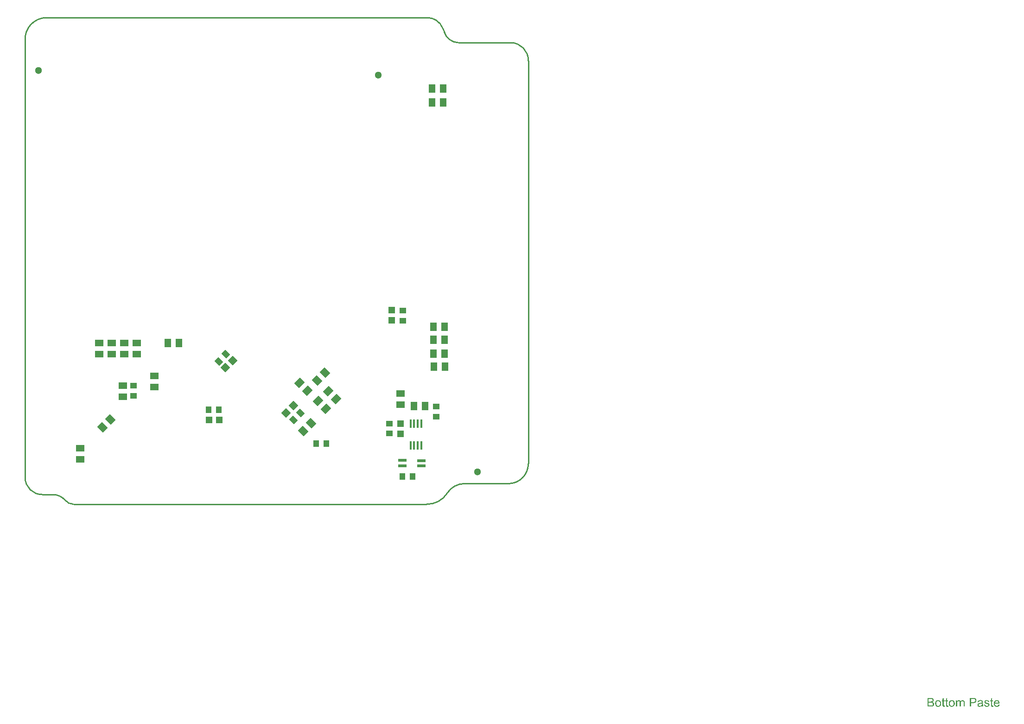
<source format=gbp>
G04*
G04 #@! TF.GenerationSoftware,Altium Limited,Altium Designer,18.1.7 (191)*
G04*
G04 Layer_Color=128*
%FSLAX25Y25*%
%MOIN*%
G70*
G01*
G75*
%ADD10C,0.01000*%
%ADD23R,0.04724X0.04134*%
%ADD39R,0.04724X0.04724*%
%ADD42R,0.04134X0.04724*%
%ADD44R,0.04724X0.06000*%
%ADD45R,0.06000X0.04724*%
%ADD47C,0.05118*%
%ADD95R,0.01772X0.05906*%
%ADD96R,0.05906X0.02244*%
G04:AMPARAMS|DCode=97|XSize=47.24mil|YSize=60mil|CornerRadius=0mil|HoleSize=0mil|Usage=FLASHONLY|Rotation=225.000|XOffset=0mil|YOffset=0mil|HoleType=Round|Shape=Rectangle|*
%AMROTATEDRECTD97*
4,1,4,-0.00451,0.03792,0.03792,-0.00451,0.00451,-0.03792,-0.03792,0.00451,-0.00451,0.03792,0.0*
%
%ADD97ROTATEDRECTD97*%

G04:AMPARAMS|DCode=98|XSize=41.34mil|YSize=47.24mil|CornerRadius=0mil|HoleSize=0mil|Usage=FLASHONLY|Rotation=225.000|XOffset=0mil|YOffset=0mil|HoleType=Round|Shape=Rectangle|*
%AMROTATEDRECTD98*
4,1,4,-0.00209,0.03132,0.03132,-0.00209,0.00209,-0.03132,-0.03132,0.00209,-0.00209,0.03132,0.0*
%
%ADD98ROTATEDRECTD98*%

%ADD99P,0.06681X4X270.0*%
%ADD100R,0.04724X0.04724*%
G04:AMPARAMS|DCode=101|XSize=47.24mil|YSize=60mil|CornerRadius=0mil|HoleSize=0mil|Usage=FLASHONLY|Rotation=315.000|XOffset=0mil|YOffset=0mil|HoleType=Round|Shape=Rectangle|*
%AMROTATEDRECTD101*
4,1,4,-0.03792,-0.00451,0.00451,0.03792,0.03792,0.00451,-0.00451,-0.03792,-0.03792,-0.00451,0.0*
%
%ADD101ROTATEDRECTD101*%

G36*
X935821Y181842D02*
X935885D01*
X935949Y181832D01*
X936104Y181805D01*
X936268Y181760D01*
X936441Y181687D01*
X936614Y181596D01*
X936759Y181468D01*
X936778Y181450D01*
X936814Y181395D01*
X936878Y181313D01*
X936905Y181249D01*
X936942Y181185D01*
X936978Y181104D01*
X937006Y181022D01*
X937042Y180930D01*
X937069Y180821D01*
X937088Y180712D01*
X937106Y180584D01*
X937124Y180457D01*
Y180311D01*
Y177177D01*
X936350D01*
Y180047D01*
Y180056D01*
Y180065D01*
Y180120D01*
Y180202D01*
X936341Y180302D01*
X936331Y180411D01*
X936322Y180520D01*
X936304Y180630D01*
X936277Y180712D01*
Y180721D01*
X936259Y180748D01*
X936240Y180785D01*
X936213Y180830D01*
X936176Y180885D01*
X936131Y180940D01*
X936076Y180994D01*
X936003Y181049D01*
X935994Y181058D01*
X935967Y181067D01*
X935931Y181085D01*
X935867Y181113D01*
X935803Y181140D01*
X935721Y181158D01*
X935639Y181167D01*
X935539Y181176D01*
X935493D01*
X935457Y181167D01*
X935366Y181158D01*
X935256Y181140D01*
X935129Y181095D01*
X934992Y181040D01*
X934855Y180958D01*
X934728Y180849D01*
X934719Y180830D01*
X934682Y180785D01*
X934628Y180712D01*
X934573Y180603D01*
X934509Y180457D01*
X934464Y180284D01*
X934427Y180074D01*
X934409Y179828D01*
Y177177D01*
X933635D01*
Y180138D01*
Y180147D01*
Y180165D01*
Y180183D01*
Y180220D01*
X933626Y180320D01*
X933607Y180429D01*
X933589Y180557D01*
X933553Y180684D01*
X933507Y180803D01*
X933444Y180912D01*
X933434Y180921D01*
X933407Y180958D01*
X933362Y180994D01*
X933298Y181049D01*
X933216Y181095D01*
X933106Y181140D01*
X932979Y181167D01*
X932824Y181176D01*
X932769D01*
X932706Y181167D01*
X932633Y181158D01*
X932542Y181131D01*
X932432Y181104D01*
X932332Y181058D01*
X932223Y181003D01*
X932214Y180994D01*
X932177Y180967D01*
X932132Y180930D01*
X932068Y180876D01*
X932004Y180803D01*
X931940Y180712D01*
X931876Y180612D01*
X931822Y180493D01*
X931813Y180475D01*
X931804Y180429D01*
X931785Y180357D01*
X931758Y180256D01*
X931731Y180120D01*
X931713Y179956D01*
X931703Y179764D01*
X931694Y179546D01*
Y177177D01*
X930920D01*
Y181750D01*
X931612D01*
Y181095D01*
X931621Y181113D01*
X931649Y181149D01*
X931703Y181213D01*
X931767Y181286D01*
X931849Y181377D01*
X931949Y181468D01*
X932059Y181559D01*
X932186Y181641D01*
X932205Y181650D01*
X932250Y181677D01*
X932323Y181705D01*
X932423Y181750D01*
X932542Y181787D01*
X932678Y181814D01*
X932833Y181842D01*
X932997Y181851D01*
X933079D01*
X933179Y181842D01*
X933289Y181823D01*
X933425Y181796D01*
X933562Y181760D01*
X933699Y181705D01*
X933826Y181632D01*
X933844Y181623D01*
X933881Y181596D01*
X933935Y181550D01*
X934008Y181477D01*
X934081Y181395D01*
X934163Y181295D01*
X934236Y181176D01*
X934291Y181040D01*
X934300Y181049D01*
X934318Y181076D01*
X934345Y181113D01*
X934391Y181167D01*
X934446Y181231D01*
X934509Y181295D01*
X934582Y181368D01*
X934673Y181450D01*
X934774Y181523D01*
X934874Y181596D01*
X934992Y181659D01*
X935120Y181723D01*
X935256Y181778D01*
X935402Y181814D01*
X935548Y181842D01*
X935712Y181851D01*
X935776D01*
X935821Y181842D01*
D02*
G37*
G36*
X953185D02*
X953321Y181832D01*
X953467Y181814D01*
X953622Y181778D01*
X953786Y181741D01*
X953941Y181687D01*
X953950D01*
X953959Y181677D01*
X954005Y181659D01*
X954078Y181623D01*
X954169Y181577D01*
X954269Y181514D01*
X954369Y181441D01*
X954460Y181359D01*
X954542Y181267D01*
X954551Y181258D01*
X954570Y181222D01*
X954606Y181158D01*
X954652Y181085D01*
X954697Y180976D01*
X954743Y180858D01*
X954779Y180721D01*
X954815Y180566D01*
X954059Y180466D01*
Y180484D01*
X954050Y180520D01*
X954032Y180584D01*
X954005Y180666D01*
X953959Y180748D01*
X953905Y180839D01*
X953841Y180930D01*
X953750Y181012D01*
X953741Y181022D01*
X953704Y181040D01*
X953650Y181076D01*
X953568Y181113D01*
X953476Y181149D01*
X953358Y181185D01*
X953212Y181204D01*
X953057Y181213D01*
X952966D01*
X952875Y181204D01*
X952757Y181195D01*
X952638Y181167D01*
X952511Y181140D01*
X952392Y181095D01*
X952292Y181031D01*
X952283Y181022D01*
X952256Y181003D01*
X952219Y180967D01*
X952183Y180912D01*
X952137Y180858D01*
X952101Y180785D01*
X952073Y180703D01*
X952064Y180621D01*
Y180612D01*
Y180593D01*
X952073Y180566D01*
Y180530D01*
X952101Y180438D01*
X952155Y180347D01*
X952164Y180338D01*
X952174Y180329D01*
X952192Y180302D01*
X952228Y180274D01*
X952265Y180247D01*
X952319Y180211D01*
X952383Y180183D01*
X952456Y180147D01*
X952465D01*
X952483Y180138D01*
X952520Y180129D01*
X952584Y180102D01*
X952675Y180074D01*
X952793Y180047D01*
X952866Y180019D01*
X952948Y180001D01*
X953039Y179974D01*
X953139Y179947D01*
X953148D01*
X953176Y179938D01*
X953221Y179928D01*
X953276Y179910D01*
X953340Y179892D01*
X953422Y179874D01*
X953595Y179819D01*
X953786Y179764D01*
X953977Y179701D01*
X954150Y179637D01*
X954223Y179610D01*
X954287Y179582D01*
X954305Y179573D01*
X954342Y179555D01*
X954397Y179527D01*
X954478Y179482D01*
X954560Y179427D01*
X954642Y179354D01*
X954724Y179272D01*
X954797Y179181D01*
X954806Y179172D01*
X954825Y179136D01*
X954861Y179081D01*
X954897Y178999D01*
X954925Y178899D01*
X954961Y178790D01*
X954980Y178662D01*
X954989Y178516D01*
Y178498D01*
Y178453D01*
X954980Y178380D01*
X954961Y178279D01*
X954934Y178170D01*
X954888Y178052D01*
X954834Y177915D01*
X954761Y177787D01*
X954752Y177769D01*
X954715Y177733D01*
X954670Y177669D01*
X954597Y177596D01*
X954497Y177514D01*
X954387Y177423D01*
X954260Y177341D01*
X954105Y177259D01*
X954096D01*
X954087Y177250D01*
X954032Y177232D01*
X953941Y177205D01*
X953823Y177168D01*
X953677Y177132D01*
X953513Y177104D01*
X953340Y177086D01*
X953139Y177077D01*
X953057D01*
X952993Y177086D01*
X952921D01*
X952830Y177095D01*
X952738Y177104D01*
X952638Y177122D01*
X952420Y177168D01*
X952192Y177232D01*
X951973Y177323D01*
X951873Y177378D01*
X951782Y177441D01*
X951773Y177451D01*
X951764Y177460D01*
X951709Y177514D01*
X951627Y177596D01*
X951536Y177724D01*
X951436Y177879D01*
X951336Y178061D01*
X951254Y178289D01*
X951190Y178544D01*
X951955Y178662D01*
Y178653D01*
Y178644D01*
X951973Y178589D01*
X951991Y178498D01*
X952028Y178398D01*
X952073Y178289D01*
X952128Y178170D01*
X952210Y178052D01*
X952310Y177952D01*
X952328Y177942D01*
X952365Y177915D01*
X952438Y177879D01*
X952529Y177833D01*
X952647Y177787D01*
X952784Y177751D01*
X952948Y177724D01*
X953139Y177715D01*
X953230D01*
X953321Y177724D01*
X953440Y177742D01*
X953568Y177769D01*
X953704Y177806D01*
X953823Y177851D01*
X953932Y177924D01*
X953941Y177933D01*
X953977Y177961D01*
X954014Y178006D01*
X954068Y178070D01*
X954114Y178143D01*
X954160Y178234D01*
X954187Y178325D01*
X954196Y178434D01*
Y178443D01*
Y178480D01*
X954187Y178525D01*
X954169Y178589D01*
X954141Y178653D01*
X954096Y178717D01*
X954041Y178790D01*
X953959Y178844D01*
X953950Y178853D01*
X953923Y178863D01*
X953877Y178890D01*
X953804Y178917D01*
X953695Y178954D01*
X953631Y178981D01*
X953558Y178999D01*
X953476Y179026D01*
X953385Y179054D01*
X953285Y179081D01*
X953167Y179109D01*
X953158D01*
X953130Y179118D01*
X953085Y179127D01*
X953030Y179145D01*
X952957Y179163D01*
X952875Y179191D01*
X952702Y179236D01*
X952502Y179300D01*
X952310Y179354D01*
X952128Y179418D01*
X952046Y179455D01*
X951982Y179482D01*
X951964Y179491D01*
X951928Y179509D01*
X951873Y179546D01*
X951800Y179591D01*
X951718Y179655D01*
X951636Y179728D01*
X951554Y179810D01*
X951481Y179910D01*
X951472Y179919D01*
X951454Y179956D01*
X951427Y180019D01*
X951399Y180092D01*
X951372Y180183D01*
X951345Y180293D01*
X951326Y180402D01*
X951317Y180530D01*
Y180548D01*
Y180584D01*
X951326Y180639D01*
X951336Y180721D01*
X951354Y180803D01*
X951372Y180903D01*
X951408Y180994D01*
X951454Y181095D01*
X951463Y181104D01*
X951481Y181140D01*
X951509Y181185D01*
X951554Y181249D01*
X951609Y181313D01*
X951673Y181395D01*
X951746Y181468D01*
X951837Y181532D01*
X951846Y181541D01*
X951873Y181550D01*
X951909Y181577D01*
X951964Y181605D01*
X952037Y181641D01*
X952119Y181677D01*
X952219Y181714D01*
X952328Y181750D01*
X952347Y181760D01*
X952383Y181769D01*
X952447Y181787D01*
X952529Y181805D01*
X952629Y181823D01*
X952738Y181832D01*
X952866Y181851D01*
X953085D01*
X953185Y181842D01*
D02*
G37*
G36*
X948730D02*
X948867Y181832D01*
X949022Y181814D01*
X949176Y181787D01*
X949331Y181750D01*
X949477Y181705D01*
X949495Y181696D01*
X949541Y181677D01*
X949605Y181650D01*
X949687Y181614D01*
X949778Y181559D01*
X949869Y181504D01*
X949951Y181431D01*
X950024Y181359D01*
X950033Y181350D01*
X950051Y181322D01*
X950078Y181277D01*
X950115Y181222D01*
X950160Y181140D01*
X950197Y181058D01*
X950233Y180958D01*
X950261Y180839D01*
Y180830D01*
X950270Y180803D01*
X950279Y180748D01*
X950288Y180675D01*
Y180575D01*
X950297Y180457D01*
X950306Y180302D01*
Y180129D01*
Y179090D01*
Y179081D01*
Y179045D01*
Y178990D01*
Y178917D01*
Y178835D01*
Y178735D01*
X950315Y178516D01*
Y178289D01*
X950324Y178061D01*
X950333Y177961D01*
Y177869D01*
X950342Y177787D01*
X950352Y177724D01*
Y177715D01*
X950361Y177678D01*
X950370Y177623D01*
X950397Y177551D01*
X950415Y177469D01*
X950452Y177378D01*
X950497Y177277D01*
X950543Y177177D01*
X949732D01*
X949723Y177186D01*
X949714Y177223D01*
X949696Y177268D01*
X949668Y177341D01*
X949641Y177423D01*
X949623Y177523D01*
X949605Y177633D01*
X949586Y177751D01*
X949577D01*
X949568Y177733D01*
X949514Y177687D01*
X949432Y177623D01*
X949322Y177542D01*
X949185Y177460D01*
X949049Y177368D01*
X948903Y177287D01*
X948748Y177223D01*
X948730Y177214D01*
X948675Y177205D01*
X948593Y177177D01*
X948493Y177150D01*
X948366Y177122D01*
X948220Y177104D01*
X948056Y177086D01*
X947892Y177077D01*
X947819D01*
X947764Y177086D01*
X947701D01*
X947628Y177095D01*
X947464Y177122D01*
X947282Y177168D01*
X947081Y177232D01*
X946899Y177323D01*
X946735Y177441D01*
X946717Y177460D01*
X946671Y177505D01*
X946607Y177587D01*
X946535Y177696D01*
X946462Y177833D01*
X946398Y177988D01*
X946352Y178179D01*
X946343Y178270D01*
X946334Y178380D01*
Y178398D01*
Y178434D01*
X946343Y178498D01*
X946352Y178580D01*
X946371Y178680D01*
X946398Y178780D01*
X946434Y178890D01*
X946480Y178990D01*
X946489Y178999D01*
X946507Y179036D01*
X946544Y179090D01*
X946589Y179154D01*
X946644Y179227D01*
X946717Y179300D01*
X946790Y179373D01*
X946881Y179436D01*
X946890Y179446D01*
X946926Y179464D01*
X946972Y179500D01*
X947045Y179537D01*
X947127Y179573D01*
X947227Y179619D01*
X947327Y179655D01*
X947445Y179692D01*
X947455D01*
X947491Y179701D01*
X947546Y179719D01*
X947619Y179728D01*
X947710Y179746D01*
X947828Y179764D01*
X947965Y179792D01*
X948129Y179810D01*
X948138D01*
X948174Y179819D01*
X948220D01*
X948284Y179828D01*
X948357Y179837D01*
X948448Y179856D01*
X948548Y179865D01*
X948657Y179883D01*
X948876Y179928D01*
X949113Y179974D01*
X949322Y180029D01*
X949422Y180056D01*
X949514Y180083D01*
Y180092D01*
Y180111D01*
X949523Y180165D01*
Y180229D01*
Y180265D01*
Y180284D01*
Y180293D01*
Y180302D01*
Y180357D01*
X949514Y180448D01*
X949495Y180548D01*
X949468Y180657D01*
X949422Y180766D01*
X949368Y180867D01*
X949295Y180949D01*
X949286Y180958D01*
X949240Y180994D01*
X949167Y181031D01*
X949076Y181085D01*
X948949Y181131D01*
X948803Y181176D01*
X948621Y181204D01*
X948411Y181213D01*
X948320D01*
X948229Y181204D01*
X948102Y181185D01*
X947974Y181167D01*
X947837Y181131D01*
X947710Y181085D01*
X947600Y181022D01*
X947591Y181012D01*
X947555Y180985D01*
X947509Y180940D01*
X947455Y180867D01*
X947400Y180776D01*
X947336Y180657D01*
X947282Y180511D01*
X947227Y180347D01*
X946471Y180448D01*
Y180457D01*
X946480Y180466D01*
Y180493D01*
X946489Y180530D01*
X946516Y180612D01*
X946553Y180730D01*
X946598Y180849D01*
X946653Y180976D01*
X946726Y181104D01*
X946808Y181222D01*
X946817Y181231D01*
X946853Y181267D01*
X946908Y181322D01*
X946981Y181395D01*
X947081Y181468D01*
X947200Y181541D01*
X947336Y181623D01*
X947491Y181687D01*
X947500D01*
X947509Y181696D01*
X947537Y181705D01*
X947573Y181714D01*
X947664Y181741D01*
X947792Y181769D01*
X947937Y181796D01*
X948120Y181823D01*
X948311Y181842D01*
X948530Y181851D01*
X948630D01*
X948730Y181842D01*
D02*
G37*
G36*
X943546Y183472D02*
X943701Y183463D01*
X943865Y183454D01*
X944020Y183436D01*
X944157Y183417D01*
X944175D01*
X944239Y183399D01*
X944321Y183381D01*
X944430Y183354D01*
X944549Y183308D01*
X944676Y183254D01*
X944813Y183190D01*
X944931Y183117D01*
X944949Y183108D01*
X944986Y183080D01*
X945041Y183026D01*
X945113Y182962D01*
X945195Y182880D01*
X945277Y182771D01*
X945368Y182652D01*
X945441Y182516D01*
X945450Y182497D01*
X945469Y182452D01*
X945505Y182370D01*
X945541Y182261D01*
X945569Y182133D01*
X945605Y181987D01*
X945623Y181823D01*
X945633Y181650D01*
Y181641D01*
Y181614D01*
Y181577D01*
X945623Y181514D01*
X945614Y181450D01*
X945605Y181368D01*
X945587Y181277D01*
X945569Y181176D01*
X945505Y180967D01*
X945469Y180858D01*
X945414Y180739D01*
X945350Y180621D01*
X945286Y180511D01*
X945205Y180402D01*
X945113Y180293D01*
X945104Y180284D01*
X945086Y180265D01*
X945059Y180238D01*
X945013Y180211D01*
X944958Y180165D01*
X944886Y180120D01*
X944794Y180065D01*
X944694Y180019D01*
X944576Y179965D01*
X944439Y179910D01*
X944293Y179865D01*
X944120Y179828D01*
X943938Y179792D01*
X943738Y179764D01*
X943510Y179746D01*
X943273Y179737D01*
X941661D01*
Y177177D01*
X940823D01*
Y183481D01*
X943410D01*
X943546Y183472D01*
D02*
G37*
G36*
X912955D02*
X913028D01*
X913192Y183454D01*
X913374Y183436D01*
X913566Y183399D01*
X913757Y183354D01*
X913930Y183290D01*
X913939D01*
X913948Y183281D01*
X914003Y183254D01*
X914085Y183208D01*
X914176Y183144D01*
X914285Y183062D01*
X914404Y182962D01*
X914513Y182834D01*
X914613Y182698D01*
X914622Y182680D01*
X914649Y182625D01*
X914695Y182552D01*
X914741Y182443D01*
X914786Y182315D01*
X914832Y182178D01*
X914859Y182024D01*
X914868Y181869D01*
Y181851D01*
Y181805D01*
X914859Y181723D01*
X914841Y181623D01*
X914814Y181504D01*
X914768Y181377D01*
X914713Y181249D01*
X914640Y181113D01*
X914631Y181095D01*
X914604Y181058D01*
X914549Y180985D01*
X914476Y180912D01*
X914385Y180821D01*
X914276Y180721D01*
X914139Y180630D01*
X913984Y180539D01*
X913994D01*
X914012Y180530D01*
X914039Y180520D01*
X914076Y180502D01*
X914185Y180466D01*
X914312Y180402D01*
X914449Y180320D01*
X914604Y180220D01*
X914741Y180102D01*
X914868Y179956D01*
X914877Y179938D01*
X914914Y179883D01*
X914968Y179801D01*
X915023Y179692D01*
X915078Y179546D01*
X915132Y179391D01*
X915169Y179209D01*
X915178Y179008D01*
Y178999D01*
Y178990D01*
Y178935D01*
X915169Y178844D01*
X915151Y178735D01*
X915132Y178607D01*
X915096Y178471D01*
X915050Y178325D01*
X914987Y178179D01*
X914977Y178161D01*
X914950Y178115D01*
X914914Y178052D01*
X914859Y177961D01*
X914786Y177869D01*
X914713Y177769D01*
X914622Y177669D01*
X914522Y177587D01*
X914513Y177578D01*
X914476Y177551D01*
X914413Y177514D01*
X914331Y177478D01*
X914231Y177423D01*
X914112Y177368D01*
X913984Y177323D01*
X913830Y177277D01*
X913811D01*
X913757Y177259D01*
X913666Y177250D01*
X913547Y177232D01*
X913402Y177214D01*
X913228Y177195D01*
X913037Y177186D01*
X912818Y177177D01*
X910413D01*
Y183481D01*
X912891D01*
X912955Y183472D01*
D02*
G37*
G36*
X956811Y181750D02*
X957594D01*
Y181149D01*
X956811D01*
Y178462D01*
Y178443D01*
Y178407D01*
Y178352D01*
X956820Y178289D01*
X956829Y178143D01*
X956838Y178079D01*
X956847Y178033D01*
X956856Y178015D01*
X956884Y177979D01*
X956920Y177933D01*
X956984Y177888D01*
X957002Y177879D01*
X957047Y177860D01*
X957129Y177842D01*
X957248Y177833D01*
X957339D01*
X957384Y177842D01*
X957448D01*
X957521Y177851D01*
X957594Y177860D01*
X957694Y177177D01*
X957676D01*
X957640Y177168D01*
X957576Y177159D01*
X957494Y177150D01*
X957403Y177132D01*
X957303Y177122D01*
X957102Y177113D01*
X957029D01*
X956956Y177122D01*
X956865Y177132D01*
X956756Y177141D01*
X956647Y177168D01*
X956546Y177195D01*
X956446Y177241D01*
X956437Y177250D01*
X956410Y177268D01*
X956373Y177296D01*
X956319Y177341D01*
X956273Y177387D01*
X956219Y177451D01*
X956164Y177514D01*
X956127Y177596D01*
Y177605D01*
X956109Y177642D01*
X956100Y177706D01*
X956082Y177797D01*
X956064Y177915D01*
X956054Y177988D01*
Y178070D01*
X956045Y178170D01*
X956036Y178270D01*
Y178380D01*
Y178507D01*
Y181149D01*
X955462D01*
Y181750D01*
X956036D01*
Y182880D01*
X956811Y183345D01*
Y181750D01*
D02*
G37*
G36*
X924479D02*
X925263D01*
Y181149D01*
X924479D01*
Y178462D01*
Y178443D01*
Y178407D01*
Y178352D01*
X924488Y178289D01*
X924498Y178143D01*
X924507Y178079D01*
X924516Y178033D01*
X924525Y178015D01*
X924552Y177979D01*
X924589Y177933D01*
X924652Y177888D01*
X924671Y177879D01*
X924716Y177860D01*
X924798Y177842D01*
X924916Y177833D01*
X925008D01*
X925053Y177842D01*
X925117D01*
X925190Y177851D01*
X925263Y177860D01*
X925363Y177177D01*
X925345D01*
X925308Y177168D01*
X925245Y177159D01*
X925163Y177150D01*
X925071Y177132D01*
X924971Y177122D01*
X924771Y177113D01*
X924698D01*
X924625Y177122D01*
X924534Y177132D01*
X924425Y177141D01*
X924315Y177168D01*
X924215Y177195D01*
X924115Y177241D01*
X924106Y177250D01*
X924078Y177268D01*
X924042Y177296D01*
X923987Y177341D01*
X923942Y177387D01*
X923887Y177451D01*
X923832Y177514D01*
X923796Y177596D01*
Y177605D01*
X923778Y177642D01*
X923769Y177706D01*
X923750Y177797D01*
X923732Y177915D01*
X923723Y177988D01*
Y178070D01*
X923714Y178170D01*
X923705Y178270D01*
Y178380D01*
Y178507D01*
Y181149D01*
X923131D01*
Y181750D01*
X923705D01*
Y182880D01*
X924479Y183345D01*
Y181750D01*
D02*
G37*
G36*
X922029D02*
X922812D01*
Y181149D01*
X922029D01*
Y178462D01*
Y178443D01*
Y178407D01*
Y178352D01*
X922038Y178289D01*
X922047Y178143D01*
X922056Y178079D01*
X922065Y178033D01*
X922074Y178015D01*
X922101Y177979D01*
X922138Y177933D01*
X922202Y177888D01*
X922220Y177879D01*
X922266Y177860D01*
X922348Y177842D01*
X922466Y177833D01*
X922557D01*
X922603Y177842D01*
X922666D01*
X922739Y177851D01*
X922812Y177860D01*
X922912Y177177D01*
X922894D01*
X922858Y177168D01*
X922794Y177159D01*
X922712Y177150D01*
X922621Y177132D01*
X922521Y177122D01*
X922320Y177113D01*
X922247D01*
X922174Y177122D01*
X922083Y177132D01*
X921974Y177141D01*
X921865Y177168D01*
X921764Y177195D01*
X921664Y177241D01*
X921655Y177250D01*
X921628Y177268D01*
X921591Y177296D01*
X921537Y177341D01*
X921491Y177387D01*
X921437Y177451D01*
X921382Y177514D01*
X921345Y177596D01*
Y177605D01*
X921327Y177642D01*
X921318Y177706D01*
X921300Y177797D01*
X921282Y177915D01*
X921272Y177988D01*
Y178070D01*
X921263Y178170D01*
X921254Y178270D01*
Y178380D01*
Y178507D01*
Y181149D01*
X920680D01*
Y181750D01*
X921254D01*
Y182880D01*
X922029Y183345D01*
Y181750D01*
D02*
G37*
G36*
X960382Y181842D02*
X960455Y181832D01*
X960546Y181814D01*
X960646Y181796D01*
X960764Y181769D01*
X960874Y181741D01*
X961001Y181696D01*
X961120Y181650D01*
X961247Y181586D01*
X961375Y181514D01*
X961502Y181431D01*
X961621Y181331D01*
X961730Y181222D01*
X961739Y181213D01*
X961757Y181195D01*
X961785Y181158D01*
X961821Y181104D01*
X961867Y181040D01*
X961912Y180967D01*
X961967Y180876D01*
X962022Y180766D01*
X962076Y180648D01*
X962131Y180520D01*
X962176Y180375D01*
X962222Y180220D01*
X962258Y180047D01*
X962286Y179865D01*
X962304Y179673D01*
X962313Y179464D01*
Y179455D01*
Y179418D01*
Y179354D01*
X962304Y179263D01*
X958888D01*
Y179254D01*
Y179227D01*
X958897Y179191D01*
Y179136D01*
X958906Y179072D01*
X958924Y178999D01*
X958951Y178835D01*
X959006Y178653D01*
X959079Y178453D01*
X959179Y178270D01*
X959307Y178106D01*
X959316D01*
X959325Y178088D01*
X959380Y178043D01*
X959462Y177979D01*
X959571Y177915D01*
X959717Y177842D01*
X959881Y177778D01*
X960063Y177733D01*
X960163Y177724D01*
X960272Y177715D01*
X960345D01*
X960427Y177724D01*
X960528Y177742D01*
X960637Y177769D01*
X960764Y177806D01*
X960883Y177860D01*
X961001Y177933D01*
X961010Y177942D01*
X961056Y177979D01*
X961110Y178033D01*
X961174Y178106D01*
X961247Y178207D01*
X961329Y178334D01*
X961411Y178480D01*
X961484Y178653D01*
X962286Y178553D01*
Y178544D01*
X962277Y178525D01*
X962267Y178489D01*
X962249Y178434D01*
X962222Y178380D01*
X962195Y178307D01*
X962122Y178152D01*
X962031Y177979D01*
X961903Y177797D01*
X961757Y177623D01*
X961575Y177460D01*
X961566D01*
X961548Y177441D01*
X961520Y177423D01*
X961484Y177396D01*
X961429Y177368D01*
X961375Y177341D01*
X961302Y177305D01*
X961220Y177268D01*
X961129Y177232D01*
X961038Y177195D01*
X960810Y177141D01*
X960555Y177095D01*
X960272Y177077D01*
X960172D01*
X960108Y177086D01*
X960026Y177095D01*
X959926Y177113D01*
X959817Y177132D01*
X959698Y177150D01*
X959443Y177223D01*
X959307Y177277D01*
X959179Y177332D01*
X959043Y177405D01*
X958915Y177487D01*
X958797Y177578D01*
X958678Y177687D01*
X958669Y177696D01*
X958651Y177715D01*
X958624Y177751D01*
X958587Y177806D01*
X958541Y177869D01*
X958496Y177942D01*
X958441Y178033D01*
X958387Y178134D01*
X958332Y178252D01*
X958277Y178380D01*
X958232Y178525D01*
X958186Y178680D01*
X958150Y178844D01*
X958123Y179026D01*
X958104Y179218D01*
X958095Y179418D01*
Y179427D01*
Y179473D01*
Y179527D01*
X958104Y179610D01*
X958113Y179710D01*
X958123Y179819D01*
X958141Y179947D01*
X958168Y180074D01*
X958241Y180366D01*
X958286Y180511D01*
X958341Y180666D01*
X958414Y180812D01*
X958496Y180949D01*
X958587Y181085D01*
X958687Y181213D01*
X958696Y181222D01*
X958715Y181240D01*
X958751Y181267D01*
X958797Y181313D01*
X958851Y181359D01*
X958924Y181413D01*
X959006Y181477D01*
X959106Y181532D01*
X959207Y181596D01*
X959325Y181650D01*
X959453Y181705D01*
X959589Y181750D01*
X959735Y181796D01*
X959890Y181823D01*
X960054Y181842D01*
X960227Y181851D01*
X960318D01*
X960382Y181842D01*
D02*
G37*
G36*
X928032D02*
X928114Y181832D01*
X928205Y181814D01*
X928305Y181796D01*
X928424Y181778D01*
X928670Y181696D01*
X928797Y181650D01*
X928925Y181586D01*
X929052Y181523D01*
X929180Y181431D01*
X929298Y181340D01*
X929417Y181231D01*
X929426Y181222D01*
X929444Y181204D01*
X929471Y181167D01*
X929508Y181122D01*
X929554Y181058D01*
X929608Y180976D01*
X929663Y180885D01*
X929718Y180785D01*
X929772Y180675D01*
X929827Y180539D01*
X929881Y180402D01*
X929927Y180247D01*
X929963Y180083D01*
X929991Y179910D01*
X930009Y179728D01*
X930018Y179527D01*
Y179518D01*
Y179491D01*
Y179446D01*
Y179382D01*
X930009Y179309D01*
X930000Y179218D01*
Y179127D01*
X929982Y179026D01*
X929954Y178799D01*
X929900Y178571D01*
X929836Y178343D01*
X929745Y178134D01*
Y178125D01*
X929736Y178115D01*
X929718Y178088D01*
X929699Y178052D01*
X929636Y177961D01*
X929554Y177851D01*
X929444Y177724D01*
X929307Y177596D01*
X929153Y177469D01*
X928971Y177350D01*
X928961D01*
X928952Y177341D01*
X928925Y177323D01*
X928879Y177305D01*
X928834Y177287D01*
X928779Y177268D01*
X928642Y177214D01*
X928488Y177168D01*
X928296Y177122D01*
X928096Y177086D01*
X927877Y177077D01*
X927786D01*
X927713Y177086D01*
X927631Y177095D01*
X927540Y177113D01*
X927431Y177132D01*
X927322Y177150D01*
X927076Y177223D01*
X926939Y177277D01*
X926811Y177332D01*
X926684Y177405D01*
X926556Y177487D01*
X926438Y177578D01*
X926319Y177687D01*
X926310Y177696D01*
X926292Y177715D01*
X926265Y177751D01*
X926228Y177806D01*
X926183Y177869D01*
X926137Y177942D01*
X926083Y178033D01*
X926028Y178143D01*
X925973Y178261D01*
X925919Y178398D01*
X925873Y178544D01*
X925828Y178699D01*
X925791Y178872D01*
X925764Y179054D01*
X925745Y179254D01*
X925736Y179464D01*
Y179482D01*
Y179518D01*
X925745Y179582D01*
Y179673D01*
X925755Y179773D01*
X925773Y179901D01*
X925791Y180029D01*
X925828Y180174D01*
X925864Y180320D01*
X925910Y180475D01*
X925964Y180639D01*
X926037Y180794D01*
X926110Y180940D01*
X926210Y181085D01*
X926310Y181222D01*
X926438Y181340D01*
X926447Y181350D01*
X926465Y181359D01*
X926502Y181386D01*
X926547Y181422D01*
X926602Y181459D01*
X926675Y181504D01*
X926748Y181550D01*
X926839Y181596D01*
X926939Y181641D01*
X927048Y181687D01*
X927294Y181769D01*
X927577Y181832D01*
X927722Y181842D01*
X927877Y181851D01*
X927968D01*
X928032Y181842D01*
D02*
G37*
G36*
X918230D02*
X918312Y181832D01*
X918403Y181814D01*
X918503Y181796D01*
X918622Y181778D01*
X918867Y181696D01*
X918995Y181650D01*
X919123Y181586D01*
X919250Y181523D01*
X919378Y181431D01*
X919496Y181340D01*
X919615Y181231D01*
X919624Y181222D01*
X919642Y181204D01*
X919669Y181167D01*
X919706Y181122D01*
X919751Y181058D01*
X919806Y180976D01*
X919860Y180885D01*
X919915Y180785D01*
X919970Y180675D01*
X920024Y180539D01*
X920079Y180402D01*
X920125Y180247D01*
X920161Y180083D01*
X920188Y179910D01*
X920207Y179728D01*
X920216Y179527D01*
Y179518D01*
Y179491D01*
Y179446D01*
Y179382D01*
X920207Y179309D01*
X920197Y179218D01*
Y179127D01*
X920179Y179026D01*
X920152Y178799D01*
X920097Y178571D01*
X920033Y178343D01*
X919942Y178134D01*
Y178125D01*
X919933Y178115D01*
X919915Y178088D01*
X919897Y178052D01*
X919833Y177961D01*
X919751Y177851D01*
X919642Y177724D01*
X919505Y177596D01*
X919350Y177469D01*
X919168Y177350D01*
X919159D01*
X919150Y177341D01*
X919123Y177323D01*
X919077Y177305D01*
X919032Y177287D01*
X918977Y177268D01*
X918840Y177214D01*
X918685Y177168D01*
X918494Y177122D01*
X918293Y177086D01*
X918075Y177077D01*
X917984D01*
X917911Y177086D01*
X917829Y177095D01*
X917738Y177113D01*
X917628Y177132D01*
X917519Y177150D01*
X917273Y177223D01*
X917137Y177277D01*
X917009Y177332D01*
X916881Y177405D01*
X916754Y177487D01*
X916636Y177578D01*
X916517Y177687D01*
X916508Y177696D01*
X916490Y177715D01*
X916462Y177751D01*
X916426Y177806D01*
X916380Y177869D01*
X916335Y177942D01*
X916280Y178033D01*
X916226Y178143D01*
X916171Y178261D01*
X916116Y178398D01*
X916071Y178544D01*
X916025Y178699D01*
X915989Y178872D01*
X915961Y179054D01*
X915943Y179254D01*
X915934Y179464D01*
Y179482D01*
Y179518D01*
X915943Y179582D01*
Y179673D01*
X915952Y179773D01*
X915971Y179901D01*
X915989Y180029D01*
X916025Y180174D01*
X916062Y180320D01*
X916107Y180475D01*
X916162Y180639D01*
X916235Y180794D01*
X916308Y180940D01*
X916408Y181085D01*
X916508Y181222D01*
X916636Y181340D01*
X916645Y181350D01*
X916663Y181359D01*
X916699Y181386D01*
X916745Y181422D01*
X916800Y181459D01*
X916872Y181504D01*
X916945Y181550D01*
X917036Y181596D01*
X917137Y181641D01*
X917246Y181687D01*
X917492Y181769D01*
X917774Y181832D01*
X917920Y181842D01*
X918075Y181851D01*
X918166D01*
X918230Y181842D01*
D02*
G37*
%LPC*%
G36*
X949523Y179473D02*
X949514D01*
X949504Y179464D01*
X949477Y179455D01*
X949441Y179446D01*
X949395Y179427D01*
X949340Y179409D01*
X949277Y179391D01*
X949204Y179373D01*
X949122Y179345D01*
X949022Y179327D01*
X948921Y179300D01*
X948803Y179272D01*
X948675Y179245D01*
X948548Y179218D01*
X948402Y179200D01*
X948247Y179172D01*
X948229D01*
X948174Y179163D01*
X948083Y179145D01*
X947983Y179127D01*
X947874Y179109D01*
X947764Y179081D01*
X947664Y179054D01*
X947573Y179017D01*
X947564D01*
X947537Y178999D01*
X947500Y178981D01*
X947464Y178954D01*
X947354Y178881D01*
X947263Y178771D01*
Y178762D01*
X947245Y178744D01*
X947236Y178708D01*
X947218Y178662D01*
X947200Y178607D01*
X947181Y178553D01*
X947172Y178480D01*
X947163Y178407D01*
Y178398D01*
Y178352D01*
X947172Y178298D01*
X947190Y178225D01*
X947218Y178143D01*
X947263Y178061D01*
X947318Y177970D01*
X947391Y177888D01*
X947400Y177879D01*
X947436Y177860D01*
X947491Y177824D01*
X947564Y177787D01*
X947664Y177751D01*
X947783Y177715D01*
X947919Y177696D01*
X948083Y177687D01*
X948156D01*
X948247Y177696D01*
X948347Y177715D01*
X948475Y177733D01*
X948602Y177769D01*
X948739Y177815D01*
X948876Y177879D01*
X948894Y177888D01*
X948930Y177915D01*
X948994Y177961D01*
X949067Y178024D01*
X949149Y178097D01*
X949240Y178188D01*
X949313Y178298D01*
X949386Y178416D01*
X949395Y178425D01*
X949404Y178462D01*
X949422Y178525D01*
X949450Y178607D01*
X949477Y178717D01*
X949495Y178844D01*
X949504Y178999D01*
X949514Y179181D01*
X949523Y179473D01*
D02*
G37*
G36*
X943464Y182734D02*
X941661D01*
Y180484D01*
X943355D01*
X943419Y180493D01*
X943483D01*
X943556Y180502D01*
X943729Y180520D01*
X943920Y180557D01*
X944111Y180612D01*
X944284Y180684D01*
X944366Y180730D01*
X944430Y180785D01*
X944448Y180803D01*
X944485Y180839D01*
X944540Y180912D01*
X944603Y181003D01*
X944667Y181122D01*
X944722Y181267D01*
X944758Y181431D01*
X944776Y181623D01*
Y181632D01*
Y181641D01*
Y181687D01*
X944767Y181769D01*
X944749Y181860D01*
X944731Y181960D01*
X944694Y182078D01*
X944640Y182188D01*
X944576Y182297D01*
X944567Y182306D01*
X944540Y182343D01*
X944494Y182388D01*
X944439Y182452D01*
X944357Y182516D01*
X944266Y182570D01*
X944166Y182625D01*
X944048Y182670D01*
X944038D01*
X944002Y182680D01*
X943947Y182689D01*
X943874Y182707D01*
X943765Y182716D01*
X943628Y182725D01*
X943464Y182734D01*
D02*
G37*
G36*
X912746D02*
X911252D01*
Y180839D01*
X912800D01*
X912919Y180849D01*
X913046Y180858D01*
X913174Y180867D01*
X913301Y180885D01*
X913402Y180903D01*
X913420Y180912D01*
X913456Y180921D01*
X913511Y180949D01*
X913584Y180985D01*
X913657Y181022D01*
X913739Y181076D01*
X913820Y181149D01*
X913884Y181222D01*
X913893Y181231D01*
X913912Y181258D01*
X913939Y181313D01*
X913966Y181377D01*
X913994Y181450D01*
X914021Y181541D01*
X914039Y181650D01*
X914048Y181769D01*
Y181787D01*
Y181823D01*
X914039Y181878D01*
X914030Y181951D01*
X914012Y182042D01*
X913984Y182133D01*
X913948Y182224D01*
X913893Y182315D01*
X913884Y182324D01*
X913866Y182352D01*
X913830Y182397D01*
X913784Y182443D01*
X913720Y182497D01*
X913647Y182552D01*
X913556Y182607D01*
X913456Y182643D01*
X913447D01*
X913402Y182661D01*
X913338Y182670D01*
X913237Y182689D01*
X913101Y182707D01*
X912946Y182716D01*
X912746Y182734D01*
D02*
G37*
G36*
X912910Y180092D02*
X911252D01*
Y177924D01*
X913046D01*
X913237Y177933D01*
X913319Y177942D01*
X913392Y177952D01*
X913402D01*
X913438Y177961D01*
X913493Y177970D01*
X913556Y177988D01*
X913711Y178043D01*
X913866Y178115D01*
X913875Y178125D01*
X913902Y178143D01*
X913939Y178170D01*
X913984Y178207D01*
X914030Y178261D01*
X914094Y178316D01*
X914139Y178389D01*
X914194Y178471D01*
X914203Y178480D01*
X914212Y178507D01*
X914231Y178562D01*
X914258Y178626D01*
X914285Y178699D01*
X914303Y178790D01*
X914312Y178899D01*
X914322Y179008D01*
Y179026D01*
Y179063D01*
X914312Y179136D01*
X914294Y179218D01*
X914276Y179309D01*
X914240Y179409D01*
X914194Y179509D01*
X914130Y179610D01*
X914121Y179619D01*
X914094Y179655D01*
X914057Y179701D01*
X914003Y179755D01*
X913930Y179819D01*
X913839Y179883D01*
X913739Y179938D01*
X913620Y179983D01*
X913602Y179992D01*
X913566Y180001D01*
X913484Y180019D01*
X913383Y180038D01*
X913256Y180056D01*
X913101Y180074D01*
X912910Y180092D01*
D02*
G37*
G36*
X960236Y181213D02*
X960181D01*
X960145Y181204D01*
X960045Y181195D01*
X959926Y181167D01*
X959781Y181122D01*
X959626Y181058D01*
X959480Y180967D01*
X959334Y180849D01*
X959316Y180830D01*
X959279Y180785D01*
X959216Y180703D01*
X959152Y180593D01*
X959079Y180466D01*
X959015Y180302D01*
X958961Y180111D01*
X958933Y179901D01*
X961493D01*
Y179910D01*
Y179928D01*
X961484Y179956D01*
Y179992D01*
X961466Y180102D01*
X961438Y180220D01*
X961393Y180366D01*
X961347Y180502D01*
X961275Y180639D01*
X961193Y180757D01*
Y180766D01*
X961174Y180776D01*
X961129Y180830D01*
X961047Y180903D01*
X960937Y180985D01*
X960801Y181067D01*
X960637Y181140D01*
X960445Y181195D01*
X960345Y181204D01*
X960236Y181213D01*
D02*
G37*
G36*
X927877D02*
X927823D01*
X927777Y181204D01*
X927677Y181195D01*
X927540Y181158D01*
X927385Y181104D01*
X927221Y181031D01*
X927067Y180921D01*
X926985Y180849D01*
X926912Y180776D01*
Y180766D01*
X926893Y180757D01*
X926875Y180730D01*
X926848Y180694D01*
X926820Y180648D01*
X926793Y180593D01*
X926757Y180520D01*
X926720Y180448D01*
X926684Y180357D01*
X926647Y180265D01*
X926620Y180156D01*
X926593Y180038D01*
X926565Y179910D01*
X926547Y179773D01*
X926538Y179619D01*
X926529Y179464D01*
Y179455D01*
Y179427D01*
Y179382D01*
X926538Y179318D01*
Y179245D01*
X926547Y179163D01*
X926575Y178972D01*
X926620Y178753D01*
X926693Y178534D01*
X926784Y178325D01*
X926848Y178234D01*
X926912Y178143D01*
X926921D01*
X926930Y178125D01*
X926985Y178079D01*
X927067Y178006D01*
X927176Y177933D01*
X927312Y177851D01*
X927476Y177778D01*
X927668Y177733D01*
X927768Y177724D01*
X927877Y177715D01*
X927932D01*
X927977Y177724D01*
X928078Y177742D01*
X928214Y177769D01*
X928360Y177824D01*
X928524Y177897D01*
X928679Y178006D01*
X928761Y178079D01*
X928834Y178152D01*
X928843Y178161D01*
X928852Y178170D01*
X928870Y178198D01*
X928898Y178234D01*
X928925Y178279D01*
X928961Y178334D01*
X928998Y178407D01*
X929034Y178480D01*
X929071Y178571D01*
X929098Y178671D01*
X929134Y178780D01*
X929162Y178899D01*
X929189Y179036D01*
X929207Y179172D01*
X929226Y179327D01*
Y179491D01*
Y179500D01*
Y179527D01*
Y179573D01*
X929216Y179628D01*
Y179701D01*
X929207Y179783D01*
X929180Y179974D01*
X929134Y180174D01*
X929062Y180393D01*
X928961Y180593D01*
X928907Y180694D01*
X928834Y180776D01*
Y180785D01*
X928816Y180794D01*
X928761Y180849D01*
X928679Y180912D01*
X928570Y180994D01*
X928433Y181076D01*
X928269Y181149D01*
X928087Y181195D01*
X927987Y181204D01*
X927877Y181213D01*
D02*
G37*
G36*
X918075D02*
X918020D01*
X917975Y181204D01*
X917875Y181195D01*
X917738Y181158D01*
X917583Y181104D01*
X917419Y181031D01*
X917264Y180921D01*
X917182Y180849D01*
X917109Y180776D01*
Y180766D01*
X917091Y180757D01*
X917073Y180730D01*
X917045Y180694D01*
X917018Y180648D01*
X916991Y180593D01*
X916954Y180520D01*
X916918Y180448D01*
X916881Y180357D01*
X916845Y180265D01*
X916818Y180156D01*
X916790Y180038D01*
X916763Y179910D01*
X916745Y179773D01*
X916736Y179619D01*
X916727Y179464D01*
Y179455D01*
Y179427D01*
Y179382D01*
X916736Y179318D01*
Y179245D01*
X916745Y179163D01*
X916772Y178972D01*
X916818Y178753D01*
X916891Y178534D01*
X916982Y178325D01*
X917045Y178234D01*
X917109Y178143D01*
X917118D01*
X917128Y178125D01*
X917182Y178079D01*
X917264Y178006D01*
X917373Y177933D01*
X917510Y177851D01*
X917674Y177778D01*
X917865Y177733D01*
X917966Y177724D01*
X918075Y177715D01*
X918130D01*
X918175Y177724D01*
X918275Y177742D01*
X918412Y177769D01*
X918558Y177824D01*
X918722Y177897D01*
X918877Y178006D01*
X918959Y178079D01*
X919032Y178152D01*
X919041Y178161D01*
X919050Y178170D01*
X919068Y178198D01*
X919095Y178234D01*
X919123Y178279D01*
X919159Y178334D01*
X919195Y178407D01*
X919232Y178480D01*
X919268Y178571D01*
X919296Y178671D01*
X919332Y178780D01*
X919359Y178899D01*
X919387Y179036D01*
X919405Y179172D01*
X919423Y179327D01*
Y179491D01*
Y179500D01*
Y179527D01*
Y179573D01*
X919414Y179628D01*
Y179701D01*
X919405Y179783D01*
X919378Y179974D01*
X919332Y180174D01*
X919259Y180393D01*
X919159Y180593D01*
X919104Y180694D01*
X919032Y180776D01*
Y180785D01*
X919013Y180794D01*
X918959Y180849D01*
X918877Y180912D01*
X918767Y180994D01*
X918631Y181076D01*
X918467Y181149D01*
X918284Y181195D01*
X918184Y181204D01*
X918075Y181213D01*
D02*
G37*
%LPD*%
D10*
X276626Y672654D02*
G03*
X261531Y656264I435J-15546D01*
G01*
X561803Y665073D02*
G03*
X550626Y672654I-11018J-4215D01*
G01*
X563022Y661886D02*
G03*
X573076Y654642I10532J4019D01*
G01*
X623365Y641708D02*
G03*
X610925Y654642I-12687J247D01*
G01*
X609075Y337545D02*
G03*
X623365Y351914I30J14260D01*
G01*
X577417Y337545D02*
G03*
X565059Y330674I31J-14604D01*
G01*
X550000Y322736D02*
G03*
X565059Y330674I661J17000D01*
G01*
X290174Y325762D02*
G03*
X296457Y322736I6097J4625D01*
G01*
X290271Y325688D02*
G03*
X281693Y329653I-8805J-7785D01*
G01*
X261532Y341993D02*
G03*
X274182Y329653I12282J-63D01*
G01*
X561803Y665073D02*
X563022Y661886D01*
X276626Y672654D02*
X550785D01*
X573076Y654642D02*
X577020D01*
X610925D01*
X623365Y351914D02*
Y641708D01*
X577417Y337545D02*
X609105D01*
X296457Y322736D02*
X550000D01*
X274182Y329653D02*
X281693D01*
X261531Y656264D02*
X261532Y341993D01*
D23*
X339469Y407983D02*
D03*
Y400700D02*
D03*
X557087Y385728D02*
D03*
Y393012D02*
D03*
X533169Y461909D02*
D03*
Y454626D02*
D03*
X523622Y373524D02*
D03*
Y380807D02*
D03*
D39*
X525295Y455000D02*
D03*
Y462323D02*
D03*
X531496Y373504D02*
D03*
Y380827D02*
D03*
D42*
X478051Y366339D02*
D03*
X470768D02*
D03*
X532972Y342520D02*
D03*
X540256D02*
D03*
X393406Y390551D02*
D03*
X400689D02*
D03*
D44*
X554268Y621575D02*
D03*
X562268D02*
D03*
X554268Y611575D02*
D03*
X562268D02*
D03*
X555055Y431102D02*
D03*
X563055D02*
D03*
X555055Y440945D02*
D03*
X563055D02*
D03*
X555055Y450394D02*
D03*
X563055D02*
D03*
X555449Y421654D02*
D03*
X563449D02*
D03*
X372110Y438646D02*
D03*
X364110D02*
D03*
X549202Y393307D02*
D03*
X541202D02*
D03*
D45*
X354597Y415122D02*
D03*
Y407122D02*
D03*
X331729Y408172D02*
D03*
Y400172D02*
D03*
X531496Y394425D02*
D03*
Y402425D02*
D03*
X332677Y438725D02*
D03*
Y430725D02*
D03*
X341732Y438646D02*
D03*
Y430646D02*
D03*
X314961Y430615D02*
D03*
Y438615D02*
D03*
X323819Y430615D02*
D03*
Y438615D02*
D03*
X301014Y354858D02*
D03*
Y362858D02*
D03*
D47*
X271260Y634744D02*
D03*
X586692Y346063D02*
D03*
X515453Y631496D02*
D03*
D95*
X538681Y380807D02*
D03*
X541240D02*
D03*
X543799D02*
D03*
X546358D02*
D03*
X543799Y364862D02*
D03*
X546358D02*
D03*
X541240D02*
D03*
X538681D02*
D03*
D96*
X532972Y350492D02*
D03*
Y354232D02*
D03*
X546555Y350394D02*
D03*
Y354134D02*
D03*
D97*
X477041Y417297D02*
D03*
X471384Y411640D02*
D03*
X317250Y377880D02*
D03*
X322907Y383537D02*
D03*
X467297Y380880D02*
D03*
X461640Y375223D02*
D03*
D98*
X400747Y425398D02*
D03*
X405897Y430548D02*
D03*
X459586Y388402D02*
D03*
X454436Y383252D02*
D03*
D99*
X410761Y426113D02*
D03*
X405583Y420935D02*
D03*
X449304Y388356D02*
D03*
X454482Y393534D02*
D03*
D100*
X393681Y383268D02*
D03*
X401004D02*
D03*
D101*
X472073Y397042D02*
D03*
X477730Y391385D02*
D03*
X458856Y409871D02*
D03*
X464513Y404214D02*
D03*
X479554Y403911D02*
D03*
X485210Y398254D02*
D03*
M02*

</source>
